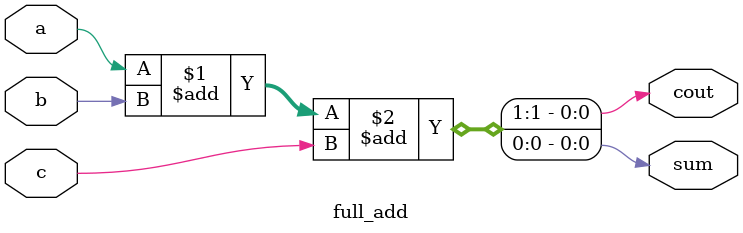
<source format=v>
module full_add(a,b,c,sum,cout);
input a,b,c;
output sum, cout;
assign {cout,sum}=a+b+c;
endmodule

</source>
